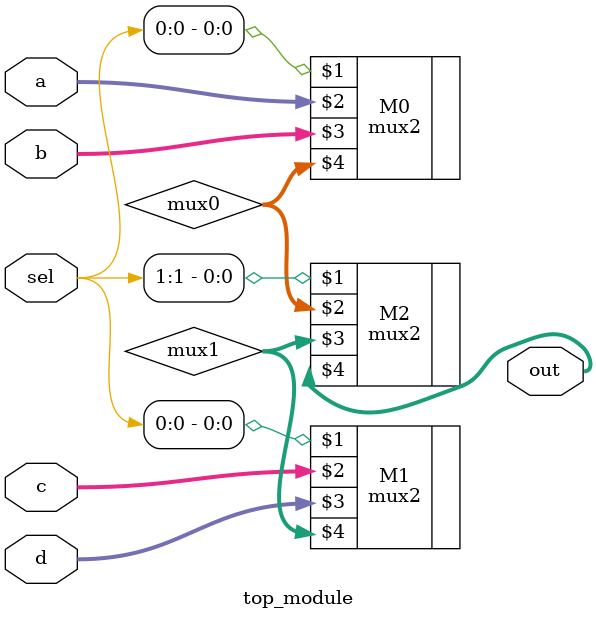
<source format=v>
module top_module (
    input [1:0] sel,
    input [7:0] a,
    input [7:0] b,
    input [7:0] c,
    input [7:0] d,
    output [7:0] out  ); //

    wire [7:0] mux0, mux1;
    mux2 M0 ( sel[0],    a,    b, mux0 );
    mux2 M1 ( sel[0],    c,    d, mux1 );
    mux2 M2 ( sel[1], mux0, mux1,  out );

endmodule

</source>
